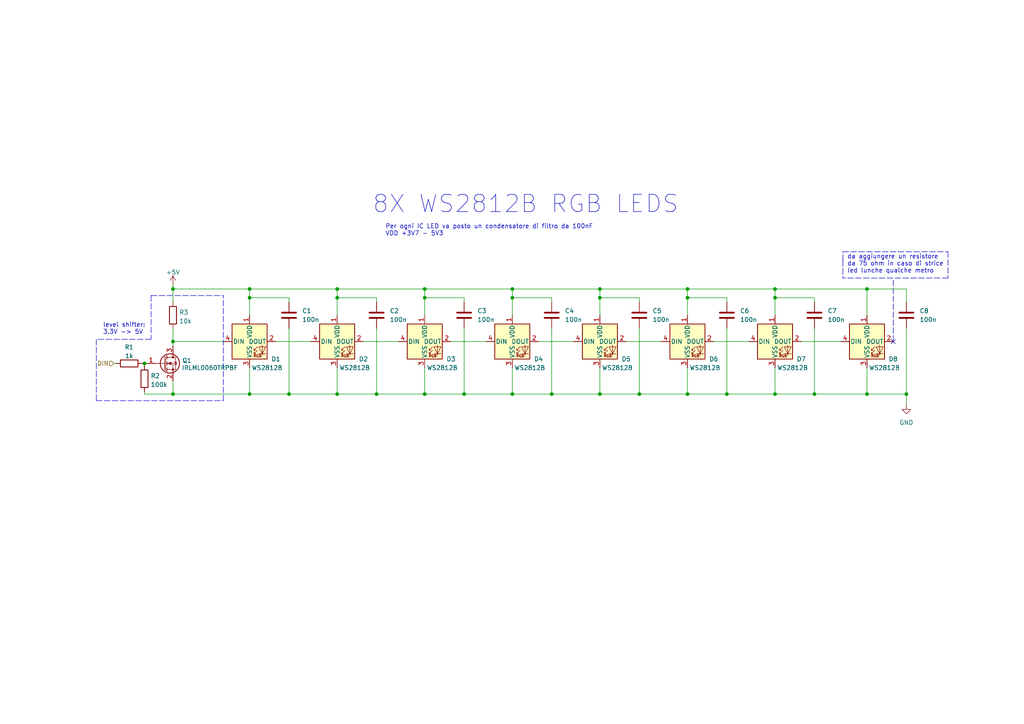
<source format=kicad_sch>
(kicad_sch (version 20211123) (generator eeschema)
  (paper "A4")
  (title_block (title "Scheda PSE RP2040") (date "2023-03-29") (rev "1.0") (comment 1 "Filippo Castellan ") (comment 2 "Edoardo Nicolodi") (comment 3 "Alessandro Speranza") (comment 4 "Ilaria Zamai"))
  (lib_symbols
    (symbol "Device:C" (pin_numbers hide) (pin_names (offset 0.254))
      (property "Reference" "C" (at 0.635 2.54 0))
      (property "Value" "C" (at 0.635 -2.54 0))
      (symbol "C_0_1"
        (polyline (pts (xy -2.032 -0.762) (xy 2.032 -0.762)) (stroke (width 0.508)))
        (polyline (pts (xy -2.032 0.762) (xy 2.032 0.762)) (stroke (width 0.508)))
      )
      (symbol "C_1_1"
        (pin passive line (at 0 3.81 270) (length 2.794) (name "~") (number "1"))
        (pin passive line (at 0 -3.81 90) (length 2.794) (name "~") (number "2"))
      )
    )
    (symbol "Device:R" (pin_numbers hide) (pin_names (offset 0))
      (property "Reference" "R" (at 2.032 0 90))
      (property "Value" "R" (at 0 0 90))
      (symbol "R_0_1"
        (rectangle (start -1.016 -2.54) (end 1.016 2.54) (stroke (width 0.254)))
      )
      (symbol "R_1_1"
        (pin passive line (at 0 3.81 270) (length 1.27) (name "~") (number "1"))
        (pin passive line (at 0 -3.81 90) (length 1.27) (name "~") (number "2"))
      )
    )
    (symbol "LED:WS2812B" (pin_names (offset 0.254))
      (property "Reference" "D" (at 5.08 5.715 0))
      (property "Value" "WS2812B" (at 1.27 -5.715 0))
      (symbol "WS2812B_0_0"
        (text "RGB" (at 2.286 -4.191 0) (effects (font (size 0.762 0.762))))
      )
      (symbol "WS2812B_0_1"
        (polyline (pts (xy 1.27 -3.556) (xy 1.778 -3.556)))
        (polyline (pts (xy 1.27 -2.54) (xy 1.778 -2.54)))
        (polyline (pts (xy 4.699 -3.556) (xy 2.667 -3.556)))
        (polyline (pts (xy 2.286 -2.54) (xy 1.27 -3.556) (xy 1.27 -3.048)))
        (polyline (pts (xy 2.286 -1.524) (xy 1.27 -2.54) (xy 1.27 -2.032)))
        (polyline (pts (xy 3.683 -1.016) (xy 3.683 -3.556) (xy 3.683 -4.064)))
        (polyline (pts (xy 4.699 -1.524) (xy 2.667 -1.524) (xy 3.683 -3.556) (xy 4.699 -1.524)))
        (rectangle (start 5.08 5.08) (end -5.08 -5.08) (stroke (width 0.254)) (fill (type background)))
      )
      (symbol "WS2812B_1_1"
        (pin power_in line (at 0 7.62 270) (length 2.54) (name "VDD") (number "1"))
        (pin output line (at 7.62 0 180) (length 2.54) (name "DOUT") (number "2"))
        (pin power_in line (at 0 -7.62 90) (length 2.54) (name "VSS") (number "3"))
        (pin input line (at -7.62 0 0) (length 2.54) (name "DIN") (number "4"))
      )
    )
    (symbol "Transistor_FET:IRLML2060" (pin_names hide)
      (property "Reference" "Q" (at 5.08 1.905 0))
      (property "Value" "IRLML2060" (at 5.08 0 0))
      (symbol "IRLML2060_0_1"
        (polyline (pts (xy 0.254 0) (xy -2.54 0)))
        (polyline (pts (xy 0.254 1.905) (xy 0.254 -1.905)) (stroke (width 0.254)))
        (polyline (pts (xy 0.762 -1.27) (xy 0.762 -2.286)) (stroke (width 0.254)))
        (polyline (pts (xy 0.762 0.508) (xy 0.762 -0.508)) (stroke (width 0.254)))
        (polyline (pts (xy 0.762 2.286) (xy 0.762 1.27)) (stroke (width 0.254)))
        (polyline (pts (xy 2.54 2.54) (xy 2.54 1.778)))
        (polyline (pts (xy 2.54 -2.54) (xy 2.54 0) (xy 0.762 0)))
        (polyline (pts (xy 0.762 -1.778) (xy 3.302 -1.778) (xy 3.302 1.778) (xy 0.762 1.778)))
        (polyline (pts (xy 1.016 0) (xy 2.032 0.381) (xy 2.032 -0.381) (xy 1.016 0)) (fill (type outline)))
        (polyline (pts (xy 2.794 0.508) (xy 2.921 0.381) (xy 3.683 0.381) (xy 3.81 0.254)))
        (polyline (pts (xy 3.302 0.381) (xy 2.921 -0.254) (xy 3.683 -0.254) (xy 3.302 0.381)))
        (circle (center 1.651 0) (radius 2.794) (stroke (width 0.254)))
        (circle (center 2.54 -1.778) (radius 0.254) (fill (type outline)))
        (circle (center 2.54 1.778) (radius 0.254) (fill (type outline)))
      )
      (symbol "IRLML2060_1_1"
        (pin input line (at -5.08 0 0) (length 2.54) (name "G") (number "1"))
        (pin passive line (at 2.54 -5.08 90) (length 2.54) (name "S") (number "2"))
        (pin passive line (at 2.54 5.08 270) (length 2.54) (name "D") (number "3"))
      )
    )
    (symbol "power:+5V" (power) (pin_names (offset 0))
      (property "Value" "+5V" (at 0 3.556 0))
      (symbol "+5V_0_1"
        (polyline (pts (xy -0.762 1.27) (xy 0 2.54)))
        (polyline (pts (xy 0 0) (xy 0 2.54)))
        (polyline (pts (xy 0 2.54) (xy 0.762 1.27)))
      )
      (symbol "+5V_1_1"
        (pin power_in line (at 0 0 90) (length 0) hide (name "+5V") (number "1"))
      )
    )
    (symbol "power:GND" (power) (pin_names (offset 0))
      (property "Value" "GND" (at 0 -3.81 0))
      (symbol "GND_0_1"
        (polyline (pts (xy 0 0) (xy 0 -1.27) (xy 1.27 -1.27) (xy 0 -2.54) (xy -1.27 -1.27) (xy 0 -1.27)))
      )
      (symbol "GND_1_1"
        (pin power_in line (at 0 0 270) (length 0) hide (name "GND") (number "1"))
      )
    )
  )
  (junction (at 72.39 83.82))
  (junction (at 199.39 114.3))
  (junction (at 72.39 114.3))
  (junction (at 148.59 83.82))
  (junction (at 97.79 114.3))
  (junction (at 262.89 114.3))
  (junction (at 50.165 114.3))
  (junction (at 134.62 114.3))
  (junction (at 41.91 105.41))
  (junction (at 148.59 86.36))
  (junction (at 199.39 86.36))
  (junction (at 173.99 114.3))
  (junction (at 199.39 83.82))
  (junction (at 83.82 114.3))
  (junction (at 160.02 114.3))
  (junction (at 72.39 86.36))
  (junction (at 123.19 86.36))
  (junction (at 123.19 83.82))
  (junction (at 97.79 83.82))
  (junction (at 123.19 114.3))
  (junction (at 173.99 86.36))
  (junction (at 251.46 114.3))
  (junction (at 50.165 83.82))
  (junction (at 97.79 86.36))
  (junction (at 236.22 114.3))
  (junction (at 185.42 114.3))
  (junction (at 148.59 114.3))
  (junction (at 224.79 83.82))
  (junction (at 210.82 114.3))
  (junction (at 224.79 114.3))
  (junction (at 173.99 83.82))
  (junction (at 50.165 99.06))
  (junction (at 224.79 86.36))
  (junction (at 251.46 83.82))
  (junction (at 109.22 114.3))
  (no_connect (at 259.08 99.06))
  (wire (pts (xy 80.01 99.06) (xy 90.17 99.06)))
  (wire (pts (xy 123.19 86.36) (xy 123.19 91.44)))
  (wire (pts (xy 123.19 83.82) (xy 148.59 83.82)))
  (wire (pts (xy 97.79 114.3) (xy 97.79 106.68)))
  (wire (pts (xy 262.89 83.82) (xy 262.89 87.63)))
  (wire (pts (xy 262.89 95.25) (xy 262.89 114.3)))
  (wire (pts (xy 224.79 86.36) (xy 224.79 91.44)))
  (polyline (pts (xy 274.955 73.025) (xy 274.955 80.645)))
  (wire (pts (xy 72.39 83.82) (xy 97.79 83.82)))
  (wire (pts (xy 123.19 114.3) (xy 123.19 106.68)))
  (wire (pts (xy 33.02 105.41) (xy 33.655 105.41)))
  (wire (pts (xy 210.82 114.3) (xy 224.79 114.3)))
  (wire (pts (xy 148.59 114.3) (xy 148.59 106.68)))
  (wire (pts (xy 173.99 86.36) (xy 173.99 91.44)))
  (wire (pts (xy 160.02 114.3) (xy 173.99 114.3)))
  (polyline (pts (xy 244.475 75.565) (xy 244.475 73.025)))
  (wire (pts (xy 50.165 99.06) (xy 50.165 95.25)))
  (wire (pts (xy 134.62 114.3) (xy 148.59 114.3)))
  (wire (pts (xy 41.91 105.41) (xy 41.91 106.045)))
  (wire (pts (xy 83.82 95.25) (xy 83.82 114.3)))
  (wire (pts (xy 181.61 99.06) (xy 191.77 99.06)))
  (wire (pts (xy 199.39 114.3) (xy 210.82 114.3)))
  (wire (pts (xy 173.99 114.3) (xy 173.99 106.68)))
  (wire (pts (xy 224.79 83.82) (xy 224.79 86.36)))
  (wire (pts (xy 210.82 95.25) (xy 210.82 114.3)))
  (wire (pts (xy 156.21 99.06) (xy 166.37 99.06)))
  (wire (pts (xy 185.42 86.36) (xy 185.42 87.63)))
  (wire (pts (xy 148.59 86.36) (xy 148.59 91.44)))
  (wire (pts (xy 207.01 99.06) (xy 217.17 99.06)))
  (wire (pts (xy 160.02 86.36) (xy 160.02 87.63)))
  (wire (pts (xy 199.39 114.3) (xy 199.39 106.68)))
  (wire (pts (xy 185.42 95.25) (xy 185.42 114.3)))
  (wire (pts (xy 72.39 114.3) (xy 83.82 114.3)))
  (wire (pts (xy 83.82 114.3) (xy 97.79 114.3)))
  (wire (pts (xy 123.19 86.36) (xy 134.62 86.36)))
  (wire (pts (xy 210.82 86.36) (xy 210.82 87.63)))
  (polyline (pts (xy 27.94 98.425) (xy 27.94 116.205)))
  (wire (pts (xy 251.46 83.82) (xy 262.89 83.82)))
  (wire (pts (xy 50.165 114.3) (xy 72.39 114.3)))
  (wire (pts (xy 109.22 86.36) (xy 109.22 87.63)))
  (wire (pts (xy 173.99 83.82) (xy 173.99 86.36)))
  (wire (pts (xy 50.165 83.82) (xy 72.39 83.82)))
  (wire (pts (xy 109.22 114.3) (xy 123.19 114.3)))
  (polyline (pts (xy 43.815 85.725) (xy 43.815 98.425)))
  (wire (pts (xy 224.79 114.3) (xy 236.22 114.3)))
  (wire (pts (xy 185.42 114.3) (xy 199.39 114.3)))
  (wire (pts (xy 251.46 83.82) (xy 251.46 91.44)))
  (wire (pts (xy 199.39 83.82) (xy 199.39 86.36)))
  (wire (pts (xy 134.62 86.36) (xy 134.62 87.63)))
  (wire (pts (xy 173.99 86.36) (xy 185.42 86.36)))
  (wire (pts (xy 148.59 83.82) (xy 148.59 86.36)))
  (polyline (pts (xy 244.475 75.565) (xy 244.475 80.645)))
  (wire (pts (xy 97.79 86.36) (xy 109.22 86.36)))
  (wire (pts (xy 251.46 114.3) (xy 251.46 106.68)))
  (wire (pts (xy 97.79 86.36) (xy 97.79 91.44)))
  (wire (pts (xy 72.39 86.36) (xy 72.39 91.44)))
  (wire (pts (xy 72.39 86.36) (xy 83.82 86.36)))
  (wire (pts (xy 97.79 114.3) (xy 109.22 114.3)))
  (wire (pts (xy 199.39 83.82) (xy 224.79 83.82)))
  (polyline (pts (xy 27.94 116.205) (xy 64.77 116.205)))
  (wire (pts (xy 72.39 83.82) (xy 72.39 86.36)))
  (wire (pts (xy 41.275 105.41) (xy 41.91 105.41)))
  (wire (pts (xy 109.22 95.25) (xy 109.22 114.3)))
  (wire (pts (xy 123.19 83.82) (xy 123.19 86.36)))
  (wire (pts (xy 50.165 110.49) (xy 50.165 114.3)))
  (wire (pts (xy 236.22 86.36) (xy 236.22 87.63)))
  (wire (pts (xy 199.39 86.36) (xy 199.39 91.44)))
  (wire (pts (xy 41.91 105.41) (xy 42.545 105.41)))
  (polyline (pts (xy 43.815 98.425) (xy 27.94 98.425)))
  (wire (pts (xy 160.02 95.25) (xy 160.02 114.3)))
  (wire (pts (xy 72.39 106.68) (xy 72.39 114.3)))
  (wire (pts (xy 83.82 86.36) (xy 83.82 87.63)))
  (wire (pts (xy 130.81 99.06) (xy 140.97 99.06)))
  (wire (pts (xy 148.59 83.82) (xy 173.99 83.82)))
  (wire (pts (xy 105.41 99.06) (xy 115.57 99.06)))
  (wire (pts (xy 224.79 83.82) (xy 251.46 83.82)))
  (polyline (pts (xy 244.475 73.025) (xy 274.955 73.025)))
  (wire (pts (xy 148.59 86.36) (xy 160.02 86.36)))
  (polyline (pts (xy 64.77 116.205) (xy 64.77 85.725)))
  (wire (pts (xy 41.91 114.3) (xy 50.165 114.3)))
  (wire (pts (xy 232.41 99.06) (xy 243.84 99.06)))
  (polyline (pts (xy 274.955 80.645) (xy 244.475 80.645)))
  (wire (pts (xy 134.62 95.25) (xy 134.62 114.3)))
  (polyline (pts (xy 259.08 81.28) (xy 259.08 99.06)))
  (wire (pts (xy 236.22 114.3) (xy 251.46 114.3)))
  (wire (pts (xy 97.79 83.82) (xy 97.79 86.36)))
  (wire (pts (xy 199.39 86.36) (xy 210.82 86.36)))
  (wire (pts (xy 173.99 83.82) (xy 199.39 83.82)))
  (wire (pts (xy 50.165 82.55) (xy 50.165 83.82)))
  (wire (pts (xy 251.46 114.3) (xy 262.89 114.3)))
  (wire (pts (xy 123.19 114.3) (xy 134.62 114.3)))
  (wire (pts (xy 97.79 83.82) (xy 123.19 83.82)))
  (wire (pts (xy 262.89 114.3) (xy 262.89 117.475)))
  (wire (pts (xy 64.77 99.06) (xy 50.165 99.06)))
  (wire (pts (xy 148.59 114.3) (xy 160.02 114.3)))
  (wire (pts (xy 50.165 83.82) (xy 50.165 87.63)))
  (wire (pts (xy 224.79 86.36) (xy 236.22 86.36)))
  (wire (pts (xy 50.165 99.06) (xy 50.165 100.33)))
  (wire (pts (xy 224.79 114.3) (xy 224.79 106.68)))
  (wire (pts (xy 41.91 113.665) (xy 41.91 114.3)))
  (wire (pts (xy 173.99 114.3) (xy 185.42 114.3)))
  (wire (pts (xy 236.22 95.25) (xy 236.22 114.3)))
  (polyline (pts (xy 43.815 85.725) (xy 64.77 85.725)))
  (text "Per ogni IC LED va posto un condensatore di filtro da 100nF\nVDD +3V7 - 5V3\n" (at 111.76 68.58 0) (effects (font (size 1.27 1.27)) (justify left bottom)))
  (text "da aggiungere un resistore\nda 75 ohm in caso di strice\nled lunche qualche metro" (at 245.745 79.375 0) (effects (font (size 1.27 1.27)) (justify left bottom)))
  (text "level shifter:\n3.3V -> 5V" (at 29.845 97.155 0) (effects (font (size 1.27 1.27)) (justify left bottom)))
  (text "8X WS2812B RGB LEDS\n" (at 107.95 62.23 0) (effects (font (size 5 5)) (justify left bottom)))
  (hierarchical_label "DIN" (shape input) (at 33.02 105.41 180))
  (symbol (lib_id "Device:C") (at 262.89 91.44 0) (unit 1)
    (property "Reference" "C8" (at 266.7 90.1699 0) (effects (justify left)))
    (property "Value" "100n" (at 266.7 92.7099 0) (effects (justify left)))
    (property "Footprint" "Capacitor_SMD:C_0603_1608Metric" (effects hide))
  )
  (symbol (lib_id "Device:C") (at 160.02 91.44 0) (unit 1)
    (property "Reference" "C4" (at 163.83 90.1699 0) (effects (justify left)))
    (property "Value" "100n" (at 163.83 92.7099 0) (effects (justify left)))
    (property "Footprint" "Capacitor_SMD:C_0603_1608Metric" (effects hide))
  )
  (symbol (lib_id "Device:C") (at 109.22 91.44 0) (unit 1)
    (property "Reference" "C2" (at 113.03 90.1699 0) (effects (justify left)))
    (property "Value" "100n" (at 113.03 92.7099 0) (effects (justify left)))
    (property "Footprint" "Capacitor_SMD:C_0603_1608Metric" (effects hide))
  )
  (symbol (lib_id "power:+5V") (at 50.165 82.55 0) (unit 1)
    (property "Reference" "#PWR01" (effects hide))
    (property "Value" "+5V" (at 50.165 78.9742 0))
  )
  (symbol (lib_id "Device:C") (at 185.42 91.44 0) (unit 1)
    (property "Reference" "C5" (at 189.23 90.1699 0) (effects (justify left)))
    (property "Value" "100n" (at 189.23 92.7099 0) (effects (justify left)))
    (property "Footprint" "Capacitor_SMD:C_0603_1608Metric" (effects hide))
  )
  (symbol (lib_id "power:GND") (at 262.89 117.475 0) (unit 1)
    (property "Reference" "#PWR02" (effects hide))
    (property "Value" "GND" (at 262.89 122.555 0))
  )
  (symbol (lib_id "Transistor_FET:IRLML2060") (at 47.625 105.41 0) (unit 1)
    (property "Reference" "Q1" (at 52.832 104.5753 0) (effects (justify left)))
    (property "Value" "IRLML0060TRPBF" (at 52.705 106.68 0) (effects (justify left)))
    (property "Footprint" "Package_TO_SOT_SMD:SOT-23" (effects hide))
    (property "Datasheet" "https://www.farnell.com/datasheets/2332193.pdf" (effects hide))
  )
  (symbol (lib_id "LED:WS2812B") (at 97.79 99.06 0) (unit 1)
    (property "Reference" "D2" (at 105.41 104.14 0))
    (property "Value" "WS2812B" (at 102.87 106.68 0))
    (property "Footprint" "LED_SMD:LED_WS2812B_PLCC4_5.0x5.0mm_P3.2mm" (effects hide))
    (property "Datasheet" "https://cdn-shop.adafruit.com/datasheets/WS2812B.pdf" (effects hide))
  )
  (symbol (lib_id "Device:R") (at 41.91 109.855 180) (unit 1)
    (property "Reference" "R2" (at 43.688 109.0203 0) (effects (justify right)))
    (property "Value" "100k" (at 43.688 111.5572 0) (effects (justify right)))
    (property "Footprint" "Resistor_SMD:R_0603_1608Metric" (effects hide))
  )
  (symbol (lib_id "Device:R") (at 50.165 91.44 180) (unit 1)
    (property "Reference" "R3" (at 51.943 90.6053 0) (effects (justify right)))
    (property "Value" "10k" (at 51.943 93.1422 0) (effects (justify right)))
    (property "Footprint" "Resistor_SMD:R_0603_1608Metric" (effects hide))
  )
  (symbol (lib_id "Device:C") (at 236.22 91.44 0) (unit 1)
    (property "Reference" "C7" (at 240.03 90.1699 0) (effects (justify left)))
    (property "Value" "100n" (at 240.03 92.7099 0) (effects (justify left)))
    (property "Footprint" "Capacitor_SMD:C_0603_1608Metric" (effects hide))
  )
  (symbol (lib_id "Device:C") (at 210.82 91.44 0) (unit 1)
    (property "Reference" "C6" (at 214.63 90.1699 0) (effects (justify left)))
    (property "Value" "100n" (at 214.63 92.7099 0) (effects (justify left)))
    (property "Footprint" "Capacitor_SMD:C_0603_1608Metric" (effects hide))
  )
  (symbol (lib_id "LED:WS2812B") (at 199.39 99.06 0) (unit 1)
    (property "Reference" "D6" (at 207.01 104.14 0))
    (property "Value" "WS2812B" (at 204.47 106.68 0))
    (property "Footprint" "LED_SMD:LED_WS2812B_PLCC4_5.0x5.0mm_P3.2mm" (effects hide))
    (property "Datasheet" "https://cdn-shop.adafruit.com/datasheets/WS2812B.pdf" (effects hide))
  )
  (symbol (lib_id "LED:WS2812B") (at 251.46 99.06 0) (unit 1)
    (property "Reference" "D8" (at 259.08 104.14 0))
    (property "Value" "WS2812B" (at 256.54 106.68 0))
    (property "Footprint" "LED_SMD:LED_WS2812B_PLCC4_5.0x5.0mm_P3.2mm" (effects hide))
    (property "Datasheet" "https://cdn-shop.adafruit.com/datasheets/WS2812B.pdf" (effects hide))
  )
  (symbol (lib_id "Device:R") (at 37.465 105.41 90) (unit 1)
    (property "Reference" "R1" (at 37.465 100.6942 90))
    (property "Value" "1k" (at 37.465 103.2311 90))
    (property "Footprint" "Resistor_SMD:R_0603_1608Metric" (effects hide))
  )
  (symbol (lib_id "LED:WS2812B") (at 148.59 99.06 0) (unit 1)
    (property "Reference" "D4" (at 156.21 104.14 0))
    (property "Value" "WS2812B" (at 153.67 106.68 0))
    (property "Footprint" "LED_SMD:LED_WS2812B_PLCC4_5.0x5.0mm_P3.2mm" (effects hide))
    (property "Datasheet" "https://cdn-shop.adafruit.com/datasheets/WS2812B.pdf" (effects hide))
  )
  (symbol (lib_id "LED:WS2812B") (at 123.19 99.06 0) (unit 1)
    (property "Reference" "D3" (at 130.81 104.14 0))
    (property "Value" "WS2812B" (at 128.27 106.68 0))
    (property "Footprint" "LED_SMD:LED_WS2812B_PLCC4_5.0x5.0mm_P3.2mm" (effects hide))
    (property "Datasheet" "https://cdn-shop.adafruit.com/datasheets/WS2812B.pdf" (effects hide))
  )
  (symbol (lib_id "Device:C") (at 134.62 91.44 0) (unit 1)
    (property "Reference" "C3" (at 138.43 90.1699 0) (effects (justify left)))
    (property "Value" "100n" (at 138.43 92.7099 0) (effects (justify left)))
    (property "Footprint" "Capacitor_SMD:C_0603_1608Metric" (effects hide))
  )
  (symbol (lib_id "LED:WS2812B") (at 72.39 99.06 0) (unit 1)
    (property "Reference" "D1" (at 80.01 104.14 0))
    (property "Value" "WS2812B" (at 77.47 106.68 0))
    (property "Footprint" "LED_SMD:LED_WS2812B_PLCC4_5.0x5.0mm_P3.2mm" (effects hide))
    (property "Datasheet" "https://cdn-shop.adafruit.com/datasheets/WS2812B.pdf" (effects hide))
  )
  (symbol (lib_id "LED:WS2812B") (at 173.99 99.06 0) (unit 1)
    (property "Reference" "D5" (at 181.61 104.14 0))
    (property "Value" "WS2812B" (at 179.07 106.68 0))
    (property "Footprint" "LED_SMD:LED_WS2812B_PLCC4_5.0x5.0mm_P3.2mm" (effects hide))
    (property "Datasheet" "https://cdn-shop.adafruit.com/datasheets/WS2812B.pdf" (effects hide))
  )
  (symbol (lib_id "LED:WS2812B") (at 224.79 99.06 0) (unit 1)
    (property "Reference" "D7" (at 232.41 104.14 0))
    (property "Value" "WS2812B" (at 229.87 106.68 0))
    (property "Footprint" "LED_SMD:LED_WS2812B_PLCC4_5.0x5.0mm_P3.2mm" (effects hide))
    (property "Datasheet" "https://cdn-shop.adafruit.com/datasheets/WS2812B.pdf" (effects hide))
  )
  (symbol (lib_id "Device:C") (at 83.82 91.44 0) (unit 1)
    (property "Reference" "C1" (at 87.63 90.1699 0) (effects (justify left)))
    (property "Value" "100n" (at 87.63 92.7099 0) (effects (justify left)))
    (property "Footprint" "Capacitor_SMD:C_0603_1608Metric" (effects hide))
  )
)
</source>
